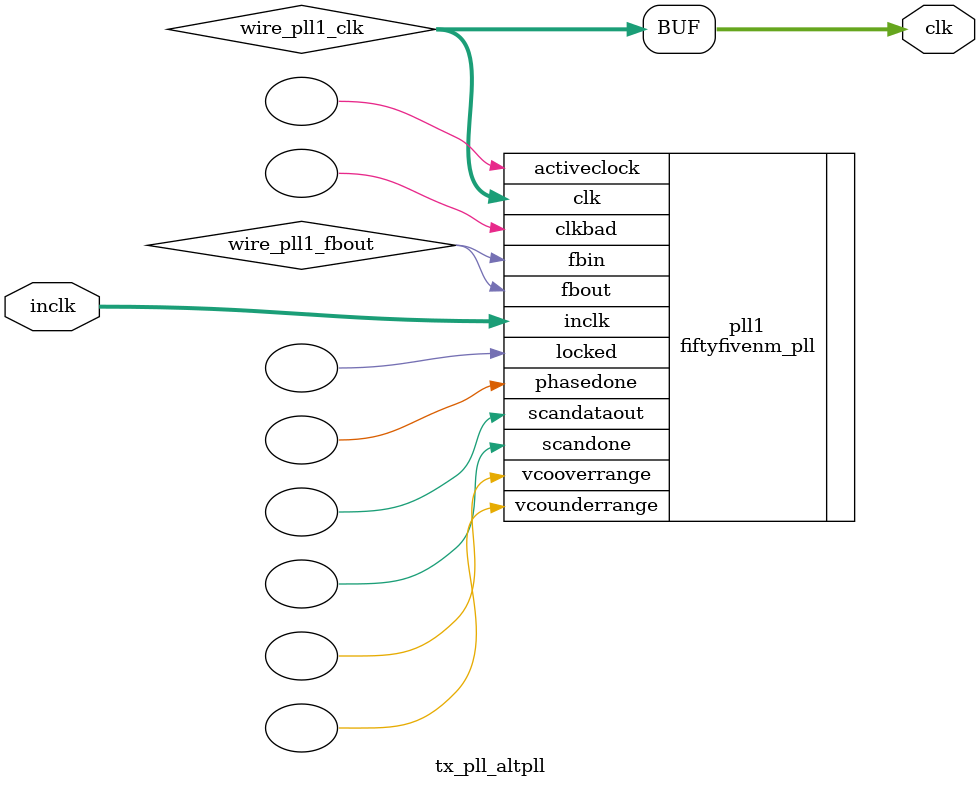
<source format=v>






//synthesis_resources = fiftyfivenm_pll 1 
//synopsys translate_off
`timescale 1 ps / 1 ps
//synopsys translate_on
module  tx_pll_altpll
	( 
	clk,
	inclk) /* synthesis synthesis_clearbox=1 */;
	output   [4:0]  clk;
	input   [1:0]  inclk;
`ifndef ALTERA_RESERVED_QIS
// synopsys translate_off
`endif
	tri0   [1:0]  inclk;
`ifndef ALTERA_RESERVED_QIS
// synopsys translate_on
`endif

	wire  [4:0]   wire_pll1_clk;
	wire  wire_pll1_fbout;

	fiftyfivenm_pll   pll1
	( 
	.activeclock(),
	.clk(wire_pll1_clk),
	.clkbad(),
	.fbin(wire_pll1_fbout),
	.fbout(wire_pll1_fbout),
	.inclk(inclk),
	.locked(),
	.phasedone(),
	.scandataout(),
	.scandone(),
	.vcooverrange(),
	.vcounderrange()
	`ifndef FORMAL_VERIFICATION
	// synopsys translate_off
	`endif
	,
	.areset(1'b0),
	.clkswitch(1'b0),
	.configupdate(1'b0),
	.pfdena(1'b1),
	.phasecounterselect({3{1'b0}}),
	.phasestep(1'b0),
	.phaseupdown(1'b0),
	.scanclk(1'b0),
	.scanclkena(1'b1),
	.scandata(1'b0)
	`ifndef FORMAL_VERIFICATION
	// synopsys translate_on
	`endif
	);
	defparam
		pll1.bandwidth_type = "auto",
		pll1.clk0_divide_by = 2,
		pll1.clk0_duty_cycle = 50,
		pll1.clk0_multiply_by = 1,
		pll1.clk0_phase_shift = "0",
		pll1.clk1_divide_by = 50,
		pll1.clk1_duty_cycle = 50,
		pll1.clk1_multiply_by = 9,
		pll1.clk1_phase_shift = "0",
		pll1.compensate_clock = "clk0",
		pll1.inclk0_input_frequency = 20000,
		pll1.operation_mode = "normal",
		pll1.pll_type = "auto",
		pll1.lpm_type = "fiftyfivenm_pll";
	assign
		clk = {wire_pll1_clk[4:0]};
endmodule //tx_pll_altpll
//VALID FILE

</source>
